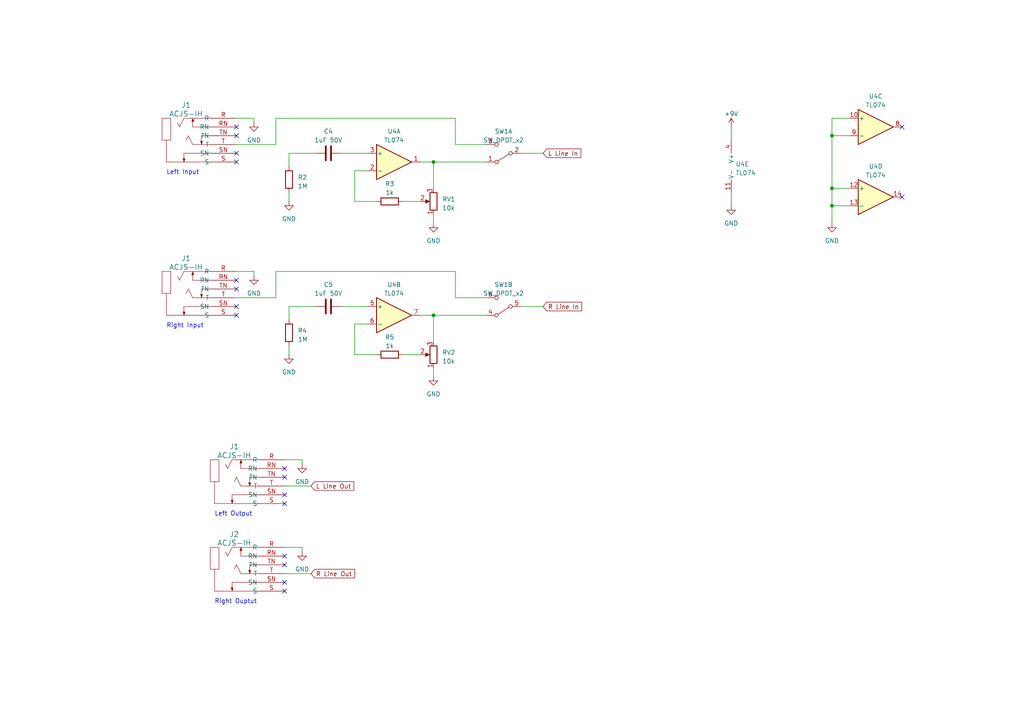
<source format=kicad_sch>
(kicad_sch (version 20230121) (generator eeschema)
  (paper "A4")
  (lib_symbols
    (symbol "2023-11-11_03-32-11:ACJS-IH" (pin_names (offset 0.254))
      (property "Reference" "J" (at -10.16 7.62 0))
      (property "Value" "ACJS-IH" (at -10.16 5.08 0))
      (symbol "ACJS-IH_0_1"
        (polyline (pts (xy -21.59 -6.35) (xy -21.59 0)) (stroke (width 0.127)))
        (polyline (pts (xy -21.59 0) (xy -19.05 0)) (stroke (width 0.127)))
        (polyline (pts (xy -20.32 -6.35) (xy -20.32 -12.7)) (stroke (width 0.127)))
        (polyline (pts (xy -19.05 -6.35) (xy -21.59 -6.35)) (stroke (width 0.127)))
        (polyline (pts (xy -19.05 0) (xy -19.05 -6.35)) (stroke (width 0.127)))
        (polyline (pts (xy -16.51 -2.54) (xy -17.145 -1.27)) (stroke (width 0.127)))
        (polyline (pts (xy -15.24 -11.7475) (xy -15.24 -10.16)) (stroke (width 0.127)))
        (polyline (pts (xy -15.24 0) (xy -16.51 -2.54)) (stroke (width 0.127)))
        (polyline (pts (xy -13.97 -5.08) (xy -14.605 -6.35)) (stroke (width 0.127)))
        (polyline (pts (xy -12.7 -7.62) (xy -13.97 -5.08)) (stroke (width 0.127)))
        (polyline (pts (xy -12.7 -0.9525) (xy -12.7 -2.54)) (stroke (width 0.127)))
        (polyline (pts (xy -10.16 -6.6675) (xy -10.16 -5.08)) (stroke (width 0.127)))
        (polyline (pts (xy -7.62 -12.7) (xy -20.32 -12.7)) (stroke (width 0.127)))
        (polyline (pts (xy -7.62 -10.16) (xy -15.24 -10.16)) (stroke (width 0.127)))
        (polyline (pts (xy -7.62 -7.62) (xy -12.7 -7.62)) (stroke (width 0.127)))
        (polyline (pts (xy -7.62 -5.08) (xy -10.16 -5.08)) (stroke (width 0.127)))
        (polyline (pts (xy -7.62 -2.54) (xy -12.7 -2.54)) (stroke (width 0.127)))
        (polyline (pts (xy -7.62 0) (xy -15.24 0)) (stroke (width 0.127)))
        (polyline (pts (xy -15.24 -12.7) (xy -14.9225 -11.7475) (xy -15.5575 -11.7475)) (fill (type outline)))
        (polyline (pts (xy -12.7 0) (xy -12.3825 -0.9525) (xy -13.0175 -0.9525)) (fill (type outline)))
        (polyline (pts (xy -10.16 -7.62) (xy -9.8425 -6.6675) (xy -10.4775 -6.6675)) (fill (type outline)))
        (pin unspecified line (at 0 0 180) (length 7.62) (name "R") (number "R"))
        (pin unspecified line (at 0 -2.54 180) (length 7.62) (name "RN") (number "RN"))
        (pin unspecified line (at 0 -12.7 180) (length 7.62) (name "S") (number "S"))
        (pin unspecified line (at 0 -10.16 180) (length 7.62) (name "SN") (number "SN"))
        (pin unspecified line (at 0 -7.62 180) (length 7.62) (name "T") (number "T"))
        (pin unspecified line (at 0 -5.08 180) (length 7.62) (name "TN") (number "TN"))
      )
    )
    (symbol "Amplifier_Operational:TL074" (pin_names (offset 0.127))
      (property "Reference" "U" (at 0 5.08 0))
      (property "Value" "TL074" (at 0 -5.08 0))
      (symbol "TL074_1_1"
        (polyline (pts (xy -5.08 5.08) (xy 5.08 0) (xy -5.08 -5.08) (xy -5.08 5.08)) (stroke (width 0.254)) (fill (type background)))
        (pin output line (at 7.62 0 180) (length 2.54) (name "~") (number "1"))
        (pin input line (at -7.62 -2.54 0) (length 2.54) (name "-") (number "2"))
        (pin input line (at -7.62 2.54 0) (length 2.54) (name "+") (number "3"))
      )
      (symbol "TL074_2_1"
        (polyline (pts (xy -5.08 5.08) (xy 5.08 0) (xy -5.08 -5.08) (xy -5.08 5.08)) (stroke (width 0.254)) (fill (type background)))
        (pin input line (at -7.62 2.54 0) (length 2.54) (name "+") (number "5"))
        (pin input line (at -7.62 -2.54 0) (length 2.54) (name "-") (number "6"))
        (pin output line (at 7.62 0 180) (length 2.54) (name "~") (number "7"))
      )
      (symbol "TL074_3_1"
        (polyline (pts (xy -5.08 5.08) (xy 5.08 0) (xy -5.08 -5.08) (xy -5.08 5.08)) (stroke (width 0.254)) (fill (type background)))
        (pin input line (at -7.62 2.54 0) (length 2.54) (name "+") (number "10"))
        (pin output line (at 7.62 0 180) (length 2.54) (name "~") (number "8"))
        (pin input line (at -7.62 -2.54 0) (length 2.54) (name "-") (number "9"))
      )
      (symbol "TL074_4_1"
        (polyline (pts (xy -5.08 5.08) (xy 5.08 0) (xy -5.08 -5.08) (xy -5.08 5.08)) (stroke (width 0.254)) (fill (type background)))
        (pin input line (at -7.62 2.54 0) (length 2.54) (name "+") (number "12"))
        (pin input line (at -7.62 -2.54 0) (length 2.54) (name "-") (number "13"))
        (pin output line (at 7.62 0 180) (length 2.54) (name "~") (number "14"))
      )
      (symbol "TL074_5_1"
        (pin power_in line (at -2.54 -7.62 90) (length 3.81) (name "V-") (number "11"))
        (pin power_in line (at -2.54 7.62 270) (length 3.81) (name "V+") (number "4"))
      )
    )
    (symbol "Device:C" (pin_numbers hide) (pin_names (offset 0.254))
      (property "Reference" "C" (at 0.635 2.54 0))
      (property "Value" "C" (at 0.635 -2.54 0))
      (symbol "C_0_1"
        (polyline (pts (xy -2.032 -0.762) (xy 2.032 -0.762)) (stroke (width 0.508)))
        (polyline (pts (xy -2.032 0.762) (xy 2.032 0.762)) (stroke (width 0.508)))
      )
      (symbol "C_1_1"
        (pin passive line (at 0 3.81 270) (length 2.794) (name "~") (number "1"))
        (pin passive line (at 0 -3.81 90) (length 2.794) (name "~") (number "2"))
      )
    )
    (symbol "Device:R" (pin_numbers hide) (pin_names (offset 0))
      (property "Reference" "R" (at 2.032 0 90))
      (property "Value" "R" (at 0 0 90))
      (symbol "R_0_1"
        (rectangle (start -1.016 -2.54) (end 1.016 2.54) (stroke (width 0.254)))
      )
      (symbol "R_1_1"
        (pin passive line (at 0 3.81 270) (length 1.27) (name "~") (number "1"))
        (pin passive line (at 0 -3.81 90) (length 1.27) (name "~") (number "2"))
      )
    )
    (symbol "Device:R_Potentiometer" (pin_names (offset 1.016) hide)
      (property "Reference" "RV" (at -4.445 0 90))
      (property "Value" "R_Potentiometer" (at -2.54 0 90))
      (symbol "R_Potentiometer_0_1"
        (polyline (pts (xy 2.54 0) (xy 1.524 0)))
        (polyline (pts (xy 1.143 0) (xy 2.286 0.508) (xy 2.286 -0.508) (xy 1.143 0)) (fill (type outline)))
        (rectangle (start 1.016 2.54) (end -1.016 -2.54) (stroke (width 0.254)))
      )
      (symbol "R_Potentiometer_1_1"
        (pin passive line (at 0 3.81 270) (length 1.27) (name "1") (number "1"))
        (pin passive line (at 3.81 0 180) (length 1.27) (name "2") (number "2"))
        (pin passive line (at 0 -3.81 90) (length 1.27) (name "3") (number "3"))
      )
    )
    (symbol "Switch:SW_DPDT_x2" (pin_names (offset 0) hide)
      (property "Reference" "SW" (at 0 4.318 0))
      (property "Value" "SW_DPDT_x2" (at 0 -5.08 0))
      (symbol "SW_DPDT_x2_0_0"
        (circle (center -2.032 0) (radius 0.508))
        (circle (center 2.032 -2.54) (radius 0.508))
      )
      (symbol "SW_DPDT_x2_0_1"
        (polyline (pts (xy -1.524 0.254) (xy 1.651 2.286)))
        (circle (center 2.032 2.54) (radius 0.508))
      )
      (symbol "SW_DPDT_x2_1_1"
        (pin passive line (at 5.08 2.54 180) (length 2.54) (name "A") (number "1"))
        (pin passive line (at -5.08 0 0) (length 2.54) (name "B") (number "2"))
        (pin passive line (at 5.08 -2.54 180) (length 2.54) (name "C") (number "3"))
      )
      (symbol "SW_DPDT_x2_2_1"
        (pin passive line (at 5.08 2.54 180) (length 2.54) (name "A") (number "4"))
        (pin passive line (at -5.08 0 0) (length 2.54) (name "B") (number "5"))
        (pin passive line (at 5.08 -2.54 180) (length 2.54) (name "C") (number "6"))
      )
    )
    (symbol "power:+9V" (power) (pin_names (offset 0))
      (property "Value" "+9V" (at 0 3.556 0))
      (symbol "+9V_0_1"
        (polyline (pts (xy -0.762 1.27) (xy 0 2.54)))
        (polyline (pts (xy 0 0) (xy 0 2.54)))
        (polyline (pts (xy 0 2.54) (xy 0.762 1.27)))
      )
      (symbol "+9V_1_1"
        (pin power_in line (at 0 0 90) (length 0) hide (name "+9V") (number "1"))
      )
    )
    (symbol "power:GND" (power) (pin_names (offset 0))
      (property "Value" "GND" (at 0 -3.81 0))
      (symbol "GND_0_1"
        (polyline (pts (xy 0 0) (xy 0 -1.27) (xy 1.27 -1.27) (xy 0 -2.54) (xy -1.27 -1.27) (xy 0 -1.27)))
      )
      (symbol "GND_1_1"
        (pin power_in line (at 0 0 270) (length 0) hide (name "GND") (number "1"))
      )
    )
  )
  (junction (at 241.3 54.61))
  (junction (at 241.3 59.69))
  (junction (at 125.73 46.99))
  (junction (at 125.73 91.44))
  (junction (at 241.3 39.37))
  (no_connect (at 82.55 135.89))
  (no_connect (at 68.58 39.37))
  (no_connect (at 68.58 81.28))
  (no_connect (at 82.55 163.83))
  (no_connect (at 68.58 88.9))
  (no_connect (at 68.58 91.44))
  (no_connect (at 82.55 161.29))
  (no_connect (at 261.62 57.15))
  (no_connect (at 82.55 168.91))
  (no_connect (at 82.55 143.51))
  (no_connect (at 68.58 83.82))
  (no_connect (at 68.58 46.99))
  (no_connect (at 82.55 138.43))
  (no_connect (at 68.58 36.83))
  (no_connect (at 261.62 36.83))
  (no_connect (at 82.55 146.05))
  (no_connect (at 68.58 44.45))
  (no_connect (at 82.55 171.45))
  (wire (pts (xy 241.3 59.69) (xy 246.38 59.69)))
  (wire (pts (xy 68.58 78.74) (xy 73.66 78.74)))
  (wire (pts (xy 99.06 44.45) (xy 106.68 44.45)))
  (wire (pts (xy 241.3 59.69) (xy 241.3 64.77)))
  (wire (pts (xy 102.87 58.42) (xy 109.22 58.42)))
  (wire (pts (xy 140.97 41.91) (xy 132.08 41.91)))
  (wire (pts (xy 80.01 86.36) (xy 68.58 86.36)))
  (wire (pts (xy 80.01 41.91) (xy 68.58 41.91)))
  (wire (pts (xy 82.55 140.97) (xy 90.17 140.97)))
  (wire (pts (xy 241.3 54.61) (xy 246.38 54.61)))
  (wire (pts (xy 82.55 158.75) (xy 87.63 158.75)))
  (wire (pts (xy 241.3 54.61) (xy 241.3 59.69)))
  (wire (pts (xy 87.63 133.35) (xy 87.63 134.62)))
  (wire (pts (xy 125.73 46.99) (xy 140.97 46.99)))
  (wire (pts (xy 246.38 34.29) (xy 241.3 34.29)))
  (wire (pts (xy 121.92 91.44) (xy 125.73 91.44)))
  (wire (pts (xy 102.87 49.53) (xy 102.87 58.42)))
  (wire (pts (xy 102.87 93.98) (xy 102.87 102.87)))
  (wire (pts (xy 73.66 78.74) (xy 73.66 80.01)))
  (wire (pts (xy 132.08 41.91) (xy 132.08 34.29)))
  (wire (pts (xy 241.3 39.37) (xy 241.3 54.61)))
  (wire (pts (xy 132.08 78.74) (xy 80.01 78.74)))
  (wire (pts (xy 125.73 106.68) (xy 125.73 109.22)))
  (wire (pts (xy 68.58 34.29) (xy 73.66 34.29)))
  (wire (pts (xy 241.3 39.37) (xy 246.38 39.37)))
  (wire (pts (xy 83.82 88.9) (xy 91.44 88.9)))
  (wire (pts (xy 125.73 46.99) (xy 125.73 54.61)))
  (wire (pts (xy 125.73 91.44) (xy 140.97 91.44)))
  (wire (pts (xy 102.87 49.53) (xy 106.68 49.53)))
  (wire (pts (xy 80.01 78.74) (xy 80.01 86.36)))
  (wire (pts (xy 151.13 88.9) (xy 157.48 88.9)))
  (wire (pts (xy 73.66 34.29) (xy 73.66 35.56)))
  (wire (pts (xy 87.63 158.75) (xy 87.63 160.02)))
  (wire (pts (xy 132.08 86.36) (xy 132.08 78.74)))
  (wire (pts (xy 212.09 36.83) (xy 212.09 40.64)))
  (wire (pts (xy 116.84 58.42) (xy 121.92 58.42)))
  (wire (pts (xy 116.84 102.87) (xy 121.92 102.87)))
  (wire (pts (xy 82.55 166.37) (xy 90.17 166.37)))
  (wire (pts (xy 83.82 100.33) (xy 83.82 102.87)))
  (wire (pts (xy 83.82 88.9) (xy 83.82 92.71)))
  (wire (pts (xy 102.87 93.98) (xy 106.68 93.98)))
  (wire (pts (xy 102.87 102.87) (xy 109.22 102.87)))
  (wire (pts (xy 82.55 133.35) (xy 87.63 133.35)))
  (wire (pts (xy 241.3 34.29) (xy 241.3 39.37)))
  (wire (pts (xy 80.01 34.29) (xy 80.01 41.91)))
  (wire (pts (xy 83.82 44.45) (xy 91.44 44.45)))
  (wire (pts (xy 212.09 55.88) (xy 212.09 59.69)))
  (wire (pts (xy 132.08 34.29) (xy 80.01 34.29)))
  (wire (pts (xy 151.13 44.45) (xy 157.48 44.45)))
  (wire (pts (xy 140.97 86.36) (xy 132.08 86.36)))
  (wire (pts (xy 99.06 88.9) (xy 106.68 88.9)))
  (wire (pts (xy 125.73 62.23) (xy 125.73 64.77)))
  (wire (pts (xy 125.73 91.44) (xy 125.73 99.06)))
  (wire (pts (xy 121.92 46.99) (xy 125.73 46.99)))
  (wire (pts (xy 83.82 55.88) (xy 83.82 58.42)))
  (wire (pts (xy 83.82 44.45) (xy 83.82 48.26)))
  (text "Right Input" (at 48.26 95.25 0) (effects (font (size 1.27 1.27)) (justify left bottom)))
  (text "Left Output" (at 62.23 149.86 0) (effects (font (size 1.27 1.27)) (justify left bottom)))
  (text "Right Ouptut" (at 62.23 175.26 0) (effects (font (size 1.27 1.27)) (justify left bottom)))
  (text "Left Input" (at 48.26 50.8 0) (effects (font (size 1.27 1.27)) (justify left bottom)))
  (global_label "R Line Out" (shape input) (at 90.17 166.37 0) (property "Intersheetrefs" "${INTERSHEET_REFS}" (effects hide)))
  (global_label "R Line In" (shape input) (at 157.48 88.9 0) (property "Intersheetrefs" "${INTERSHEET_REFS}" (effects hide)))
  (global_label "L Line Out" (shape input) (at 90.17 140.97 0) (property "Intersheetrefs" "${INTERSHEET_REFS}" (effects hide)))
  (global_label "L Line In" (shape input) (at 157.48 44.45 0) (property "Intersheetrefs" "${INTERSHEET_REFS}" (effects hide)))
  (symbol (lib_id "Device:C") (at 95.25 88.9 90) (unit 1)
    (property "Reference" "C5" (at 95.25 82.55 90))
    (property "Value" "1uF 50V" (at 95.25 85.09 90))
  )
  (symbol (lib_id "power:GND") (at 125.73 64.77 0) (unit 1)
    (property "Reference" "#PWR027" (effects hide))
    (property "Value" "GND" (at 125.73 69.85 0))
  )
  (symbol (lib_id "Device:R_Potentiometer") (at 125.73 58.42 180) (unit 1)
    (property "Reference" "RV1" (at 128.27 57.785 0) (effects (justify right)))
    (property "Value" "10k" (at 128.27 60.325 0) (effects (justify right)))
  )
  (symbol (lib_id "2023-11-11_03-32-11:ACJS-IH") (at 68.58 78.74 0) (unit 1)
    (property "Reference" "J1" (at 53.975 74.93 0) (effects (font (size 1.524 1.524))))
    (property "Value" "ACJS-IH" (at 53.975 77.47 0) (effects (font (size 1.524 1.524))))
    (property "Footprint" "ACJS-IH_AMP" (effects hide))
    (property "Datasheet" "ACJS-IH" (effects hide))
    (instances (project "teensy-dsp" (path "" (reference "J1") (unit 1)) (path "" (reference "J2") (unit 1))))
  )
  (symbol (lib_id "Amplifier_Operational:TL074") (at 114.3 91.44 0) (unit 2)
    (property "Reference" "U4" (at 114.3 82.55 0))
    (property "Value" "TL074" (at 114.3 85.09 0))
    (property "Datasheet" "http://www.ti.com/lit/ds/symlink/tl071.pdf" (effects hide))
  )
  (symbol (lib_id "Device:R") (at 83.82 96.52 0) (unit 1)
    (property "Reference" "R4" (at 86.36 95.885 0) (effects (justify left)))
    (property "Value" "1M" (at 86.36 98.425 0) (effects (justify left)))
  )
  (symbol (lib_id "Amplifier_Operational:TL074") (at 254 57.15 0) (unit 4)
    (property "Reference" "U4" (at 254 48.26 0))
    (property "Value" "TL074" (at 254 50.8 0))
    (property "Datasheet" "http://www.ti.com/lit/ds/symlink/tl071.pdf" (effects hide))
  )
  (symbol (lib_id "Device:R") (at 113.03 58.42 270) (unit 1)
    (property "Reference" "R3" (at 113.03 53.34 90))
    (property "Value" "1k" (at 113.03 55.88 90))
  )
  (symbol (lib_id "power:GND") (at 87.63 134.62 0) (unit 1)
    (property "Reference" "#PWR013" (effects hide))
    (property "Value" "GND" (at 87.63 139.7 0))
  )
  (symbol (lib_id "Switch:SW_DPDT_x2") (at 146.05 88.9 180) (unit 2)
    (property "Reference" "SW1" (at 146.05 82.55 0))
    (property "Value" "SW_DPDT_x2" (at 146.05 85.09 0))
  )
  (symbol (lib_id "Amplifier_Operational:TL074") (at 254 36.83 0) (unit 3)
    (property "Reference" "U4" (at 254 27.94 0))
    (property "Value" "TL074" (at 254 30.48 0))
    (property "Datasheet" "http://www.ti.com/lit/ds/symlink/tl071.pdf" (effects hide))
  )
  (symbol (lib_id "power:GND") (at 83.82 58.42 0) (unit 1)
    (property "Reference" "#PWR019" (effects hide))
    (property "Value" "GND" (at 83.82 63.5 0))
  )
  (symbol (lib_id "power:GND") (at 241.3 64.77 0) (unit 1)
    (property "Reference" "#PWR030" (effects hide))
    (property "Value" "GND" (at 241.3 69.85 0))
  )
  (symbol (lib_id "power:GND") (at 212.09 59.69 0) (unit 1)
    (property "Reference" "#PWR07" (effects hide))
    (property "Value" "GND" (at 212.09 64.77 0))
  )
  (symbol (lib_id "Switch:SW_DPDT_x2") (at 146.05 44.45 180) (unit 1)
    (property "Reference" "SW1" (at 146.05 38.1 0))
    (property "Value" "SW_DPDT_x2" (at 146.05 40.64 0))
  )
  (symbol (lib_id "power:GND") (at 73.66 35.56 0) (unit 1)
    (property "Reference" "#PWR015" (effects hide))
    (property "Value" "GND" (at 73.66 40.64 0))
  )
  (symbol (lib_id "Amplifier_Operational:TL074") (at 114.3 46.99 0) (unit 1)
    (property "Reference" "U4" (at 114.3 38.1 0))
    (property "Value" "TL074" (at 114.3 40.64 0))
    (property "Datasheet" "http://www.ti.com/lit/ds/symlink/tl071.pdf" (effects hide))
  )
  (symbol (lib_id "Device:R") (at 113.03 102.87 270) (unit 1)
    (property "Reference" "R5" (at 113.03 97.79 90))
    (property "Value" "1k" (at 113.03 100.33 90))
  )
  (symbol (lib_id "power:GND") (at 73.66 80.01 0) (unit 1)
    (property "Reference" "#PWR014" (effects hide))
    (property "Value" "GND" (at 73.66 85.09 0))
  )
  (symbol (lib_id "Amplifier_Operational:TL074") (at 214.63 48.26 0) (unit 5)
    (property "Reference" "U4" (at 213.36 47.625 0) (effects (justify left)))
    (property "Value" "TL074" (at 213.36 50.165 0) (effects (justify left)))
    (property "Datasheet" "http://www.ti.com/lit/ds/symlink/tl071.pdf" (effects hide))
  )
  (symbol (lib_id "2023-11-11_03-32-11:ACJS-IH") (at 82.55 133.35 0) (unit 1)
    (property "Reference" "J1" (at 67.945 129.54 0) (effects (font (size 1.524 1.524))))
    (property "Value" "ACJS-IH" (at 67.945 132.08 0) (effects (font (size 1.524 1.524))))
    (property "Footprint" "ACJS-IH_AMP" (effects hide))
    (property "Datasheet" "ACJS-IH" (effects hide))
    (instances (project "teensy-dsp" (path "" (reference "J1") (unit 1)) (path "" (reference "J5") (unit 1))))
  )
  (symbol (lib_id "Device:C") (at 95.25 44.45 90) (unit 1)
    (property "Reference" "C4" (at 95.25 38.1 90))
    (property "Value" "1uF 50V" (at 95.25 40.64 90))
  )
  (symbol (lib_id "Device:R") (at 83.82 52.07 0) (unit 1)
    (property "Reference" "R2" (at 86.36 51.435 0) (effects (justify left)))
    (property "Value" "1M" (at 86.36 53.975 0) (effects (justify left)))
  )
  (symbol (lib_id "power:+9V") (at 212.09 36.83 0) (unit 1)
    (property "Reference" "#PWR04" (effects hide))
    (property "Value" "+9V" (at 212.09 33.02 0))
  )
  (symbol (lib_id "power:GND") (at 125.73 109.22 0) (unit 1)
    (property "Reference" "#PWR029" (effects hide))
    (property "Value" "GND" (at 125.73 114.3 0))
  )
  (symbol (lib_id "2023-11-11_03-32-11:ACJS-IH") (at 82.55 158.75 0) (unit 1)
    (property "Reference" "J2" (at 67.945 154.94 0) (effects (font (size 1.524 1.524))))
    (property "Value" "ACJS-IH" (at 67.945 157.48 0) (effects (font (size 1.524 1.524))))
    (property "Footprint" "ACJS-IH_AMP" (effects hide))
    (property "Datasheet" "ACJS-IH" (effects hide))
    (instances (project "teensy-dsp" (path "" (reference "J2") (unit 1)) (path "" (reference "J6") (unit 1))))
  )
  (symbol (lib_id "power:GND") (at 87.63 160.02 0) (unit 1)
    (property "Reference" "#PWR012" (effects hide))
    (property "Value" "GND" (at 87.63 165.1 0))
  )
  (symbol (lib_id "power:GND") (at 83.82 102.87 0) (unit 1)
    (property "Reference" "#PWR028" (effects hide))
    (property "Value" "GND" (at 83.82 107.95 0))
  )
  (symbol (lib_id "Device:R_Potentiometer") (at 125.73 102.87 180) (unit 1)
    (property "Reference" "RV2" (at 128.27 102.235 0) (effects (justify right)))
    (property "Value" "10k" (at 128.27 104.775 0) (effects (justify right)))
  )
  (symbol (lib_id "2023-11-11_03-32-11:ACJS-IH") (at 68.58 34.29 0) (unit 1)
    (property "Reference" "J1" (at 53.975 30.48 0) (effects (font (size 1.524 1.524))))
    (property "Value" "ACJS-IH" (at 53.975 33.02 0) (effects (font (size 1.524 1.524))))
    (property "Footprint" "ACJS-IH_AMP" (effects hide))
    (property "Datasheet" "ACJS-IH" (effects hide))
  )
)
</source>
